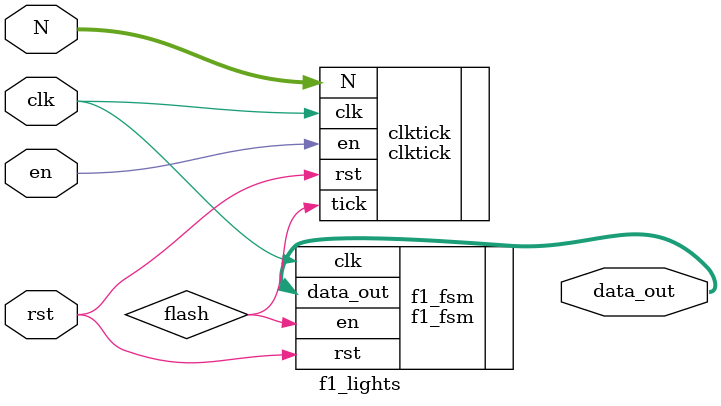
<source format=sv>
module f1_lights #(
    parameter WIDTH=16
)(
    input logic [WIDTH-1:0] N,
    input logic en,
    input logic rst,
    input logic clk,
    output logic [7:0] data_out 
);

logic flash;

clktick clktick(
    .clk(clk),
    .rst(rst),
    .en (en),
    .N (N),
    .tick(flash)
);

f1_fsm f1_fsm(
    .en(flash),
    .rst (rst),
    .clk (clk),
    .data_out(data_out)
);

endmodule
</source>
